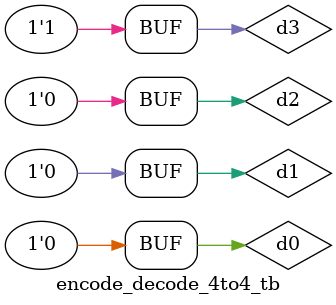
<source format=v>
`include"encoder_4to2.v"
`include"decoder_2to4.v"
module encode_decode_4to4(input d0,d1,d2,d3, output g0,g1,g2,g3);
    encoder_4to2 EN(d0,d1,d2,d3,y0,y1);
    decoder_2to4 DC(y0,y1,g0,g1,g2,g3);
endmodule
//testbench
module encode_decode_4to4_tb();
    reg d0,d1,d2,d3;
    wire g0,g1,g2,g3;
    encode_decode_4to4 ED(d0,d1,d2,d3,g0,g1,g2,g3);
    initial begin
    d0=1; d1=0; d2=0; d3=0; #10;
    d0=0; d1=1; d2=0; d3=0; #10;
    d0=0; d1=0; d2=1; d3=0; #10;
    d0=0; d1=0; d2=0; d3=1; #10;
    end
 initial
    $monitor("d0=%0b      d1=%0b      d2=%0b      d3=%0b      g0=%0b      g1=%0b     g2=%0b     g3=%0b     $time=%0t",d0,d1,d2,d3,g0,g1,g2,g3,$time);
 endmodule




</source>
